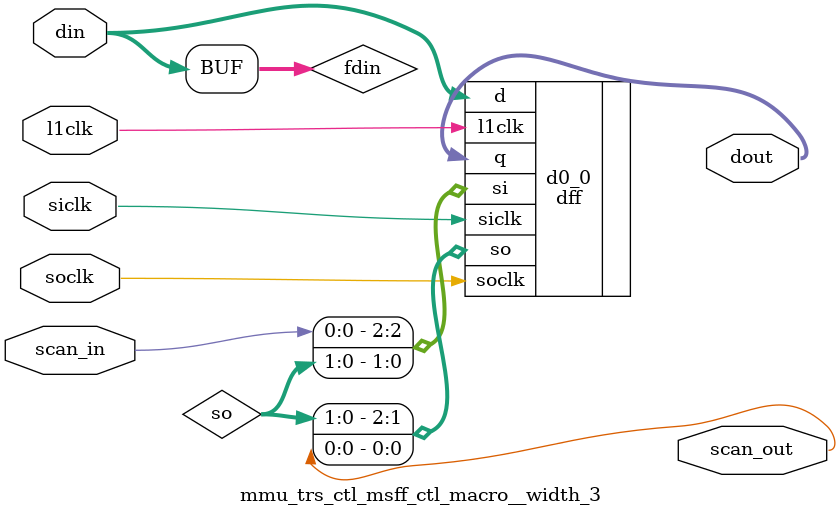
<source format=v>
module mmu_trs_ctl (
  l1clk, 
  scan_in, 
  spc_aclk, 
  spc_bclk, 
  tsb_hit_hw1, 
  thr_valid_hw3, 
  ra2pahit_hw5, 
  ranotpax_hw5, 
  tsm_waitfortte, 
  ep_miss_hw1, 
  rrindex_bit0, 
  rrindex_bit1, 
  l2_ecc_err_hw1, 
  cfg_ecc_err_m3, 
  rr_ecc_err_hw5, 
  l2_ecc_err_type, 
  cfg_ecc_err_type, 
  rr_ecc_err_type, 
  cfg_ecc_err_index, 
  rr_ecc_err_index, 
  trs_rqv, 
  trs_null_st, 
  trs_waitrr3_st, 
  trs_ecc_err, 
  trs_ep_err, 
  trs_err_type, 
  trs_err_index, 
  trs_eccerr_st, 
  trs_eperr_st, 
  scan_out);
wire siclk;
wire soclk;
wire [1:0] rrindex;
wire goto_null_state;
wire null_state;
wire ignorette_state;
wire eperr_state;
wire eccerr_state;
wire next_null_state;
wire next_null_state_;
wire null_state_;
wire null_state_reg_scanin;
wire null_state_reg_scanout;
wire goto_validreq_state;
wire validreq_state;
wire next_validreq_state;
wire validreq_state_reg_scanin;
wire validreq_state_reg_scanout;
wire goto_waitrr2_state;
wire next_waitrr2_state;
wire waitrr2_state_reg_scanin;
wire waitrr2_state_reg_scanout;
wire waitrr2_state;
wire goto_waitrr3_state;
wire next_waitrr3_state;
wire waitrr3_state_reg_scanin;
wire waitrr3_state_reg_scanout;
wire waitrr3_state;
wire goto_ignorette_state;
wire next_ignorette_state;
wire ignorette_state_reg_scanin;
wire ignorette_state_reg_scanout;
wire goto_eperr_state;
wire next_eperr_state;
wire eperr_state_reg_scanin;
wire eperr_state_reg_scanout;
wire goto_eccerr_state;
wire next_eccerr_state;
wire eccerr_state_reg_scanin;
wire eccerr_state_reg_scanout;
wire take_l2_err;
wire take_cfg_err;
wire take_rr_err;
wire [2:0] err_type;
wire err_type_en;
wire [2:0] err_type_in;
wire [2:0] new_err_index;
wire [2:0] err_index_in;
wire err_type_reg_scanin;
wire err_type_reg_scanout;
wire err_index_reg_scanin;
wire err_index_reg_scanout;


input           l1clk;
input           scan_in;
input		spc_aclk;
input		spc_bclk;

input           tsb_hit_hw1;
input           thr_valid_hw3;
input           ra2pahit_hw5;
input           ranotpax_hw5;
input           tsm_waitfortte;

input           ep_miss_hw1;
input           rrindex_bit0;
input           rrindex_bit1;


input           l2_ecc_err_hw1;
input           cfg_ecc_err_m3;
input           rr_ecc_err_hw5;

input [1:0]     l2_ecc_err_type;
input [1:0]     cfg_ecc_err_type;
input [1:0]     rr_ecc_err_type;

input [2:0]     cfg_ecc_err_index;
input [2:0]     rr_ecc_err_index;


output          trs_rqv;
output          trs_null_st;       // indicates that the thread in NULL state.
output          trs_waitrr3_st;    // indicates that the thread in waitrr3 state.
output          trs_ecc_err;       // ecc error signal
output          trs_ep_err;        // ep miss detection
output [2:0]    trs_err_type;      // ecc error type (001=>mra c 010=>mra uc 101=>l2 c 110=>l2 uc 111=>l2 notdata)
                                          // thread could be in validreq, readrr, waitrr2, waitrr3 or ignorette states.

output [2:0]    trs_err_index;     // index for mra errors

output          trs_eccerr_st;
output          trs_eperr_st;

output          scan_out;


assign siclk	= spc_aclk;
assign soclk	= spc_bclk;



assign rrindex[1:0] = {rrindex_bit1, rrindex_bit0};


///////////////////////////////////////////////////
// CASE STATEMENT DESCRIPTION OF TRS MACHINE
///////////////////////////////////////////////////
//case(`TRS_STATE)
//  `NULL_ST:
//    begin
//
//    if (~tsb_hit_hw1 & ~l2_ecc_err_hw1 & ~cfg_ecc_err_m3 & ~ep_miss_hw1)
//      next_state = `NULL_ST;
//    if (tsb_hit_hw1 & ~l2_ecc_err_hw1 & ~cfg_ecc_err_m3 & ~ep_miss_hw1)
//      next_state = `VALIDREQ_ST;
//    if (ep_miss_hw1 & l2_ecc_err_hw1 & ~cfg_ecc_err_m3)
//      next_state = `EPERR_ST;
//    if (l2_ecc_err_hw1 | cfg_ecc_err_m3)
//      next_state = `ECCERR_ST;
//
//    end
//
//  `VALIDREQ_ST:
//    begin
//        if (~ra2pahit_hw5 & ~ranotpax_hw5 & ~rr_ecc_err &
//           (~(rrindex[1:0] == 2'b11 & thr_valid_hw3)))
//          next_state = `VALIDREQ_ST;
//        if (~ra2pahit_hw5 & ~ranotpax_hw5 & ~rr_ecc_err &
//           ((rrindex[1:0] == 2'b11 & thr_valid_hw3)))
//          next_state = `WAITRR2_ST;
//        if ((ra2pahit_hw5 | ranotpax_hw5) & ~rr_ecc_err)
//          next_state = `IGNORETTE_ST;
//        if (rr_ecc_err)
//          next_state = `ECCERR_ST;
//    end
//
//  `WAITRR2_ST:
//    begin
//        if (~ra2pahit_hw5 & ~ranotpax_hw5 & ~rr_ecc_err)
//          next_state = `WAITRR3_ST;
//        if ((ra2pahit_hw5 | ranotpax_hw5) & ~rr_ecc_err)
//          next_state = `IGNORETTE_ST;
//        if (rr_ecc_err)
//          next_state = `ECCERR_ST;
//    end
//
//  `WAITRR3_ST:
//    begin
//        if (~rr_ecc_err)
//          next_state = `IGNORETTE_ST;
//        if (rr_ecc_err)
//          next_state = `ECCERR_ST;
//    end
//
//  `IGNORETTE_ST:
//    begin
//        if (~tsm_waitfortte) 
//          next_state = `NULL_ST;
//        else
//          next_state = `IGNORETTE_ST;
//    end
//
//  `ECCERR_ST:
//    begin
//        if (~tsm_waitfortte) 
//          next_state = `NULL_ST;
//        else
//          next_state = `ECCERR_ST;
//    end
//
//  `EPERR_ST:
//    begin
//        if (~tsm_waitfortte) 
//          next_state = `NULL_ST;
//        else
//          next_state = `EPERR_ST;
//    end
//
//endcase // case(`TRS_STATE)
  
// 0in one_hot -var {null_state,validreq_state,waitrr2_state,waitrr3_state,ignorette_state,eccerr_state,eperr_state}



///////////////////////////////////////////////////
// Null State (HW1)
///////////////////////////////////////////////////
assign goto_null_state = (null_state  & ~tsb_hit_hw1 & ~l2_ecc_err_hw1 & ~cfg_ecc_err_m3 & ~ep_miss_hw1) | //if thr_sel then go to specrr)
                         (ignorette_state & ~tsm_waitfortte) |
                         (eperr_state & ~tsm_waitfortte) |
                         (eccerr_state & ~tsm_waitfortte);
assign next_null_state = goto_null_state;

assign next_null_state_ = ~next_null_state;
assign null_state = ~null_state_;

mmu_trs_ctl_msff_ctl_macro__width_1 null_state_reg  (
 .scan_in(null_state_reg_scanin),
 .scan_out(null_state_reg_scanout),
 .l1clk(l1clk),
 .din  (next_null_state_),
 .dout (null_state_),
  .siclk(siclk),
  .soclk(soclk)
);

///////////////////////////////////////////////////
// Valid Req State (HW2)
///////////////////////////////////////////////////
assign goto_validreq_state = (null_state & tsb_hit_hw1 & ~cfg_ecc_err_m3) |                          //ra2pahit_hw5 cannot happen in null_state
                             (validreq_state & ~ra2pahit_hw5 & ~ranotpax_hw5 & ~rr_ecc_err_hw5 &
                              ~(rrindex[1] & rrindex[0] & thr_valid_hw3)) ;

assign next_validreq_state = goto_validreq_state;


mmu_trs_ctl_msff_ctl_macro__width_1 validreq_state_reg  (
 .scan_in(validreq_state_reg_scanin),
 .scan_out(validreq_state_reg_scanout),
 .l1clk(l1clk),
 .din  (next_validreq_state),
 .dout (validreq_state),
  .siclk(siclk),
  .soclk(soclk)
);

///////////////////////////////////////////////////
// WaitRR2 State (HW4)
///////////////////////////////////////////////////
assign goto_waitrr2_state = (validreq_state & ~ra2pahit_hw5 & ~ranotpax_hw5 & rrindex[1] & rrindex[0] & thr_valid_hw3 & ~rr_ecc_err_hw5);
assign next_waitrr2_state = goto_waitrr2_state;


mmu_trs_ctl_msff_ctl_macro__width_1 waitrr2_state_reg  (
 .scan_in(waitrr2_state_reg_scanin),
 .scan_out(waitrr2_state_reg_scanout),
 .l1clk(l1clk),
 .din  (next_waitrr2_state),
 .dout (waitrr2_state),
  .siclk(siclk),
  .soclk(soclk)
);

///////////////////////////////////////////////////
// WaitRR3 State (HW5)
///////////////////////////////////////////////////
assign goto_waitrr3_state = (waitrr2_state & ~ra2pahit_hw5 & ~ranotpax_hw5 & ~rr_ecc_err_hw5);
assign next_waitrr3_state = goto_waitrr3_state;

mmu_trs_ctl_msff_ctl_macro__width_1 waitrr3_state_reg  (
 .scan_in(waitrr3_state_reg_scanin),
 .scan_out(waitrr3_state_reg_scanout),
 .l1clk(l1clk),
 .din  (next_waitrr3_state),
 .dout (waitrr3_state),
  .siclk(siclk),
  .soclk(soclk)
);

///////////////////////////////////////////////////
// IgnoreTTE State (HW6)
///////////////////////////////////////////////////
assign goto_ignorette_state = ((validreq_state | waitrr2_state ) & (ra2pahit_hw5 | ranotpax_hw5) & ~rr_ecc_err_hw5) |
                              (waitrr3_state & ~rr_ecc_err_hw5) |
                              (ignorette_state & tsm_waitfortte);
assign next_ignorette_state = goto_ignorette_state;


mmu_trs_ctl_msff_ctl_macro__width_1 ignorette_state_reg  (
 .scan_in(ignorette_state_reg_scanin),
 .scan_out(ignorette_state_reg_scanout),
 .l1clk(l1clk),
 .din  (next_ignorette_state),
 .dout (ignorette_state),
  .siclk(siclk),
  .soclk(soclk)
);

///////////////////////////////////////////////////
// EpErr State (HW6)
///////////////////////////////////////////////////
assign goto_eperr_state = (null_state & ep_miss_hw1 & ~cfg_ecc_err_m3) |
                           (eperr_state & tsm_waitfortte);
assign next_eperr_state = goto_eperr_state;


mmu_trs_ctl_msff_ctl_macro__width_1 eperr_state_reg  (
 .scan_in(eperr_state_reg_scanin),
 .scan_out(eperr_state_reg_scanout),
 .l1clk(l1clk),
 .din  (next_eperr_state),
 .dout (eperr_state),
  .siclk(siclk),
  .soclk(soclk)
);

///////////////////////////////////////////////////
// EccErr State (HW6)
///////////////////////////////////////////////////
assign goto_eccerr_state = (null_state & (l2_ecc_err_hw1 | cfg_ecc_err_m3)) |
                           ((validreq_state | waitrr2_state | waitrr3_state ) & rr_ecc_err_hw5) |
                           (eccerr_state & tsm_waitfortte);
assign next_eccerr_state = goto_eccerr_state;


mmu_trs_ctl_msff_ctl_macro__width_1 eccerr_state_reg  (
 .scan_in(eccerr_state_reg_scanin),
 .scan_out(eccerr_state_reg_scanout),
 .l1clk(l1clk),
 .din  (next_eccerr_state),
 .dout (eccerr_state),
  .siclk(siclk),
  .soclk(soclk)
);

///////////////////////////////////////////////////
// Set the ECC ERROR TYPE
// 000 No errors
// 110 MRA Correctable
// 101 MRA Uncorrectable
// 001 L2 correctable
// 010 L2 uncorrectable
// 011 L2 Not Data
// latch the first ecc error and hold it.
///////////////////////////////////////////////////
//0in bits_on -var {take_l2_err, take_cfg_err, take_rr_err} -max 1
assign take_l2_err = (null_state & l2_ecc_err_hw1);
assign take_cfg_err = (null_state  & ~l2_ecc_err_hw1 & cfg_ecc_err_m3);
assign take_rr_err = (validreq_state | waitrr2_state | waitrr3_state ) & rr_ecc_err_hw5;

assign err_type[1:0] = ({2{take_l2_err}} & l2_ecc_err_type[1:0]) |
                       ({2{take_cfg_err}} & cfg_ecc_err_type[1:0]) |
                       ({2{take_rr_err}} & rr_ecc_err_type[1:0]);

assign err_type[2] = (take_cfg_err | take_rr_err) & ~take_l2_err;
assign err_type_en = take_l2_err | take_cfg_err | take_rr_err;

assign err_type_in[2:0] = ({3{err_type_en}} & err_type[2:0]) |
                          ({3{~err_type_en}} & trs_err_type[2:0]);

assign new_err_index[2:0] =   ({3{take_cfg_err}} & cfg_ecc_err_index[2:0]) |
                          ({3{take_rr_err}} & rr_ecc_err_index[2:0]);


assign err_index_in[2:0] = ({3{err_type_en}} & new_err_index[2:0]) |
                          ({3{~err_type_en}} & trs_err_index[2:0]);


mmu_trs_ctl_msff_ctl_macro__width_3 err_type_reg  
(
 .scan_in(err_type_reg_scanin),
 .scan_out(err_type_reg_scanout),
 .l1clk(l1clk),
 .din  (err_type_in[2:0]),
 .dout (trs_err_type[2:0]),
  .siclk(siclk),
  .soclk(soclk)
);

mmu_trs_ctl_msff_ctl_macro__width_3 err_index_reg  
(
 .scan_in(err_index_reg_scanin),
 .scan_out(err_index_reg_scanout),
 .l1clk(l1clk),
 .din  (err_index_in[2:0]),
 .dout (trs_err_index[2:0]),
  .siclk(siclk),
  .soclk(soclk)
);
///////////////////////////////////////////////////
// State Machine Outputs
///////////////////////////////////////////////////
assign trs_rqv = validreq_state;

assign trs_null_st = null_state;
assign trs_ecc_err = eccerr_state & ~tsm_waitfortte;
assign trs_eccerr_st = eccerr_state;
assign trs_waitrr3_st = waitrr3_state;


assign trs_ep_err = eperr_state & ~tsm_waitfortte;
assign trs_eperr_st = eperr_state;


supply0 vss;
supply1 vdd;

// fixscan start:
assign null_state_reg_scanin     = scan_in                  ;
assign validreq_state_reg_scanin = null_state_reg_scanout   ;
assign waitrr2_state_reg_scanin  = validreq_state_reg_scanout;
assign waitrr3_state_reg_scanin  = waitrr2_state_reg_scanout;
assign ignorette_state_reg_scanin = waitrr3_state_reg_scanout;
assign eperr_state_reg_scanin    = ignorette_state_reg_scanout;
assign eccerr_state_reg_scanin   = eperr_state_reg_scanout  ;
assign err_type_reg_scanin       = eccerr_state_reg_scanout ;
assign err_index_reg_scanin      = err_type_reg_scanout     ;
assign scan_out                  = err_index_reg_scanout    ;
// fixscan end:
endmodule






// any PARAMS parms go into naming of macro

module mmu_trs_ctl_msff_ctl_macro__width_1 (
  din, 
  l1clk, 
  scan_in, 
  siclk, 
  soclk, 
  dout, 
  scan_out);
wire [0:0] fdin;

  input [0:0] din;
  input l1clk;
  input scan_in;


  input siclk;
  input soclk;

  output [0:0] dout;
  output scan_out;
assign fdin[0:0] = din[0:0];






dff #(1)  d0_0 (
.l1clk(l1clk),
.siclk(siclk),
.soclk(soclk),
.d(fdin[0:0]),
.si(scan_in),
.so(scan_out),
.q(dout[0:0])
);












endmodule













// any PARAMS parms go into naming of macro

module mmu_trs_ctl_msff_ctl_macro__width_3 (
  din, 
  l1clk, 
  scan_in, 
  siclk, 
  soclk, 
  dout, 
  scan_out);
wire [2:0] fdin;
wire [1:0] so;

  input [2:0] din;
  input l1clk;
  input scan_in;


  input siclk;
  input soclk;

  output [2:0] dout;
  output scan_out;
assign fdin[2:0] = din[2:0];






dff #(3)  d0_0 (
.l1clk(l1clk),
.siclk(siclk),
.soclk(soclk),
.d(fdin[2:0]),
.si({scan_in,so[1:0]}),
.so({so[1:0],scan_out}),
.q(dout[2:0])
);












endmodule









</source>
